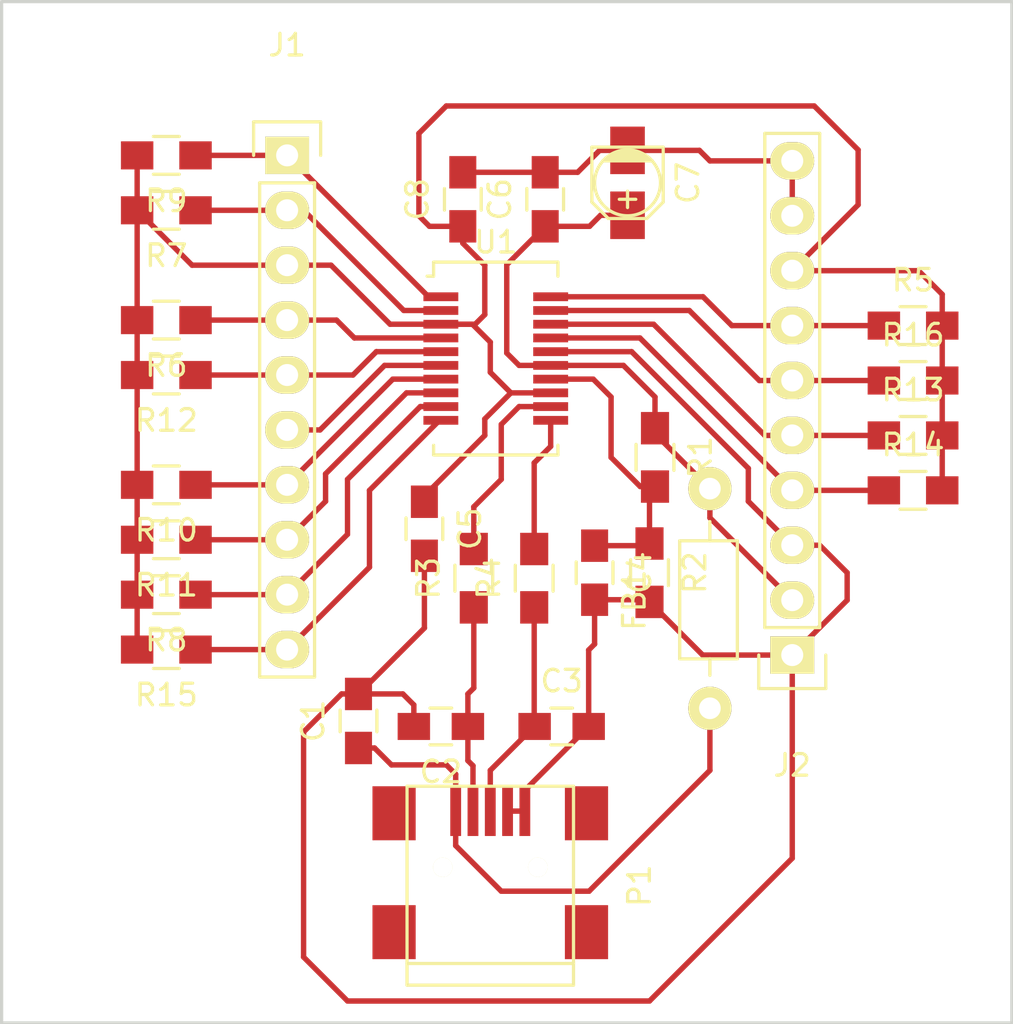
<source format=kicad_pcb>
(kicad_pcb (version 4) (host pcbnew 0.201509141501+6196~30~ubuntu14.04.1-product)

  (general
    (links 74)
    (no_connects 2)
    (area 137.846999 81.966999 184.733001 129.361001)
    (thickness 1.6)
    (drawings 4)
    (tracks 186)
    (zones 0)
    (modules 29)
    (nets 22)
  )

  (page A4)
  (layers
    (0 F.Cu signal)
    (31 B.Cu signal hide)
    (32 B.Adhes user hide)
    (33 F.Adhes user hide)
    (34 B.Paste user hide)
    (35 F.Paste user hide)
    (36 B.SilkS user hide)
    (37 F.SilkS user)
    (38 B.Mask user hide)
    (39 F.Mask user hide)
    (40 Dwgs.User user hide)
    (41 Cmts.User user hide)
    (42 Eco1.User user hide)
    (43 Eco2.User user hide)
    (44 Edge.Cuts user)
    (45 Margin user hide)
    (46 B.CrtYd user hide)
    (47 F.CrtYd user hide)
    (48 B.Fab user hide)
    (49 F.Fab user hide)
  )

  (setup
    (last_trace_width 0.25)
    (trace_clearance 0.2)
    (zone_clearance 0.508)
    (zone_45_only no)
    (trace_min 0.2)
    (segment_width 0.2)
    (edge_width 0.15)
    (via_size 0.6)
    (via_drill 0.4)
    (via_min_size 0.4)
    (via_min_drill 0.3)
    (uvia_size 0.3)
    (uvia_drill 0.1)
    (uvias_allowed no)
    (uvia_min_size 0)
    (uvia_min_drill 0)
    (pcb_text_width 0.3)
    (pcb_text_size 1.5 1.5)
    (mod_edge_width 0.15)
    (mod_text_size 1 1)
    (mod_text_width 0.15)
    (pad_size 1.524 1.524)
    (pad_drill 0.762)
    (pad_to_mask_clearance 0.2)
    (aux_axis_origin 0 0)
    (visible_elements FFFFFF7F)
    (pcbplotparams
      (layerselection 0x00030_80000001)
      (usegerberextensions false)
      (excludeedgelayer true)
      (linewidth 0.100000)
      (plotframeref false)
      (viasonmask false)
      (mode 1)
      (useauxorigin false)
      (hpglpennumber 1)
      (hpglpenspeed 20)
      (hpglpendiameter 15)
      (hpglpenoverlay 2)
      (psnegative false)
      (psa4output false)
      (plotreference true)
      (plotvalue true)
      (plotinvisibletext false)
      (padsonsilk false)
      (subtractmaskfromsilk false)
      (outputformat 1)
      (mirror false)
      (drillshape 1)
      (scaleselection 1)
      (outputdirectory ""))
  )

  (net 0 "")
  (net 1 "Net-(C1-Pad1)")
  (net 2 GND)
  (net 3 "Net-(C2-Pad1)")
  (net 4 "Net-(C3-Pad1)")
  (net 5 "Net-(C4-Pad1)")
  (net 6 /VCCIO)
  (net 7 VCC)
  (net 8 /IO0)
  (net 9 /IO1)
  (net 10 /IO2)
  (net 11 /IO3)
  (net 12 /IO4)
  (net 13 /IO5)
  (net 14 /IO6)
  (net 15 /IO7)
  (net 16 /CLK)
  (net 17 /CS#)
  (net 18 /MISO)
  (net 19 /CBUS3)
  (net 20 "Net-(R3-Pad2)")
  (net 21 "Net-(R4-Pad2)")

  (net_class Default "This is the default net class."
    (clearance 0.2)
    (trace_width 0.25)
    (via_dia 0.6)
    (via_drill 0.4)
    (uvia_dia 0.3)
    (uvia_drill 0.1)
    (add_net /CBUS3)
    (add_net /CLK)
    (add_net /CS#)
    (add_net /IO0)
    (add_net /IO1)
    (add_net /IO2)
    (add_net /IO3)
    (add_net /IO4)
    (add_net /IO5)
    (add_net /IO6)
    (add_net /IO7)
    (add_net /MISO)
    (add_net /VCCIO)
    (add_net GND)
    (add_net "Net-(C1-Pad1)")
    (add_net "Net-(C2-Pad1)")
    (add_net "Net-(C3-Pad1)")
    (add_net "Net-(C4-Pad1)")
    (add_net "Net-(R3-Pad2)")
    (add_net "Net-(R4-Pad2)")
    (add_net VCC)
  )

  (net_class 2 ""
    (clearance 0.2)
    (trace_width 0.381)
    (via_dia 0.6)
    (via_drill 0.4)
    (uvia_dia 0.3)
    (uvia_drill 0.1)
  )

  (module Capacitors_SMD:C_0805_HandSoldering (layer F.Cu) (tedit 541A9B8D) (tstamp 55FB441F)
    (at 154.432 115.316 90)
    (descr "Capacitor SMD 0805, hand soldering")
    (tags "capacitor 0805")
    (path /55F7522D)
    (attr smd)
    (fp_text reference C1 (at 0 -2.1 90) (layer F.SilkS)
      (effects (font (size 1 1) (thickness 0.15)))
    )
    (fp_text value 10n (at 0 2.1 90) (layer F.Fab)
      (effects (font (size 1 1) (thickness 0.15)))
    )
    (fp_line (start -2.3 -1) (end 2.3 -1) (layer F.CrtYd) (width 0.05))
    (fp_line (start -2.3 1) (end 2.3 1) (layer F.CrtYd) (width 0.05))
    (fp_line (start -2.3 -1) (end -2.3 1) (layer F.CrtYd) (width 0.05))
    (fp_line (start 2.3 -1) (end 2.3 1) (layer F.CrtYd) (width 0.05))
    (fp_line (start 0.5 -0.85) (end -0.5 -0.85) (layer F.SilkS) (width 0.15))
    (fp_line (start -0.5 0.85) (end 0.5 0.85) (layer F.SilkS) (width 0.15))
    (pad 1 smd rect (at -1.25 0 90) (size 1.5 1.25) (layers F.Cu F.Paste F.Mask)
      (net 1 "Net-(C1-Pad1)"))
    (pad 2 smd rect (at 1.25 0 90) (size 1.5 1.25) (layers F.Cu F.Paste F.Mask)
      (net 2 GND))
    (model Capacitors_SMD.3dshapes/C_0805_HandSoldering.wrl
      (at (xyz 0 0 0))
      (scale (xyz 1 1 1))
      (rotate (xyz 0 0 0))
    )
  )

  (module Capacitors_SMD:C_0805_HandSoldering (layer F.Cu) (tedit 541A9B8D) (tstamp 55FB4425)
    (at 158.242 115.57 180)
    (descr "Capacitor SMD 0805, hand soldering")
    (tags "capacitor 0805")
    (path /55F75150)
    (attr smd)
    (fp_text reference C2 (at 0 -2.1 180) (layer F.SilkS)
      (effects (font (size 1 1) (thickness 0.15)))
    )
    (fp_text value 47p (at 0 2.1 180) (layer F.Fab)
      (effects (font (size 1 1) (thickness 0.15)))
    )
    (fp_line (start -2.3 -1) (end 2.3 -1) (layer F.CrtYd) (width 0.05))
    (fp_line (start -2.3 1) (end 2.3 1) (layer F.CrtYd) (width 0.05))
    (fp_line (start -2.3 -1) (end -2.3 1) (layer F.CrtYd) (width 0.05))
    (fp_line (start 2.3 -1) (end 2.3 1) (layer F.CrtYd) (width 0.05))
    (fp_line (start 0.5 -0.85) (end -0.5 -0.85) (layer F.SilkS) (width 0.15))
    (fp_line (start -0.5 0.85) (end 0.5 0.85) (layer F.SilkS) (width 0.15))
    (pad 1 smd rect (at -1.25 0 180) (size 1.5 1.25) (layers F.Cu F.Paste F.Mask)
      (net 3 "Net-(C2-Pad1)"))
    (pad 2 smd rect (at 1.25 0 180) (size 1.5 1.25) (layers F.Cu F.Paste F.Mask)
      (net 2 GND))
    (model Capacitors_SMD.3dshapes/C_0805_HandSoldering.wrl
      (at (xyz 0 0 0))
      (scale (xyz 1 1 1))
      (rotate (xyz 0 0 0))
    )
  )

  (module Capacitors_SMD:C_0805_HandSoldering (layer F.Cu) (tedit 541A9B8D) (tstamp 55FB442B)
    (at 163.83 115.57)
    (descr "Capacitor SMD 0805, hand soldering")
    (tags "capacitor 0805")
    (path /55F7517A)
    (attr smd)
    (fp_text reference C3 (at 0 -2.1) (layer F.SilkS)
      (effects (font (size 1 1) (thickness 0.15)))
    )
    (fp_text value 47p (at 0 2.1) (layer F.Fab)
      (effects (font (size 1 1) (thickness 0.15)))
    )
    (fp_line (start -2.3 -1) (end 2.3 -1) (layer F.CrtYd) (width 0.05))
    (fp_line (start -2.3 1) (end 2.3 1) (layer F.CrtYd) (width 0.05))
    (fp_line (start -2.3 -1) (end -2.3 1) (layer F.CrtYd) (width 0.05))
    (fp_line (start 2.3 -1) (end 2.3 1) (layer F.CrtYd) (width 0.05))
    (fp_line (start 0.5 -0.85) (end -0.5 -0.85) (layer F.SilkS) (width 0.15))
    (fp_line (start -0.5 0.85) (end 0.5 0.85) (layer F.SilkS) (width 0.15))
    (pad 1 smd rect (at -1.25 0) (size 1.5 1.25) (layers F.Cu F.Paste F.Mask)
      (net 4 "Net-(C3-Pad1)"))
    (pad 2 smd rect (at 1.25 0) (size 1.5 1.25) (layers F.Cu F.Paste F.Mask)
      (net 2 GND))
    (model Capacitors_SMD.3dshapes/C_0805_HandSoldering.wrl
      (at (xyz 0 0 0))
      (scale (xyz 1 1 1))
      (rotate (xyz 0 0 0))
    )
  )

  (module Capacitors_SMD:C_0805_HandSoldering (layer F.Cu) (tedit 541A9B8D) (tstamp 55FB4431)
    (at 165.354 108.458 270)
    (descr "Capacitor SMD 0805, hand soldering")
    (tags "capacitor 0805")
    (path /55F751BC)
    (attr smd)
    (fp_text reference C4 (at 0 -2.1 270) (layer F.SilkS)
      (effects (font (size 1 1) (thickness 0.15)))
    )
    (fp_text value 10n (at 0 2.1 270) (layer F.Fab)
      (effects (font (size 1 1) (thickness 0.15)))
    )
    (fp_line (start -2.3 -1) (end 2.3 -1) (layer F.CrtYd) (width 0.05))
    (fp_line (start -2.3 1) (end 2.3 1) (layer F.CrtYd) (width 0.05))
    (fp_line (start -2.3 -1) (end -2.3 1) (layer F.CrtYd) (width 0.05))
    (fp_line (start 2.3 -1) (end 2.3 1) (layer F.CrtYd) (width 0.05))
    (fp_line (start 0.5 -0.85) (end -0.5 -0.85) (layer F.SilkS) (width 0.15))
    (fp_line (start -0.5 0.85) (end 0.5 0.85) (layer F.SilkS) (width 0.15))
    (pad 1 smd rect (at -1.25 0 270) (size 1.5 1.25) (layers F.Cu F.Paste F.Mask)
      (net 5 "Net-(C4-Pad1)"))
    (pad 2 smd rect (at 1.25 0 270) (size 1.5 1.25) (layers F.Cu F.Paste F.Mask)
      (net 2 GND))
    (model Capacitors_SMD.3dshapes/C_0805_HandSoldering.wrl
      (at (xyz 0 0 0))
      (scale (xyz 1 1 1))
      (rotate (xyz 0 0 0))
    )
  )

  (module Capacitors_SMD:C_0805_HandSoldering (layer F.Cu) (tedit 541A9B8D) (tstamp 55FB4437)
    (at 157.48 106.426 270)
    (descr "Capacitor SMD 0805, hand soldering")
    (tags "capacitor 0805")
    (path /55F751F5)
    (attr smd)
    (fp_text reference C5 (at 0 -2.1 270) (layer F.SilkS)
      (effects (font (size 1 1) (thickness 0.15)))
    )
    (fp_text value 0.1u (at 0 2.1 270) (layer F.Fab)
      (effects (font (size 1 1) (thickness 0.15)))
    )
    (fp_line (start -2.3 -1) (end 2.3 -1) (layer F.CrtYd) (width 0.05))
    (fp_line (start -2.3 1) (end 2.3 1) (layer F.CrtYd) (width 0.05))
    (fp_line (start -2.3 -1) (end -2.3 1) (layer F.CrtYd) (width 0.05))
    (fp_line (start 2.3 -1) (end 2.3 1) (layer F.CrtYd) (width 0.05))
    (fp_line (start 0.5 -0.85) (end -0.5 -0.85) (layer F.SilkS) (width 0.15))
    (fp_line (start -0.5 0.85) (end 0.5 0.85) (layer F.SilkS) (width 0.15))
    (pad 1 smd rect (at -1.25 0 270) (size 1.5 1.25) (layers F.Cu F.Paste F.Mask)
      (net 6 /VCCIO))
    (pad 2 smd rect (at 1.25 0 270) (size 1.5 1.25) (layers F.Cu F.Paste F.Mask)
      (net 2 GND))
    (model Capacitors_SMD.3dshapes/C_0805_HandSoldering.wrl
      (at (xyz 0 0 0))
      (scale (xyz 1 1 1))
      (rotate (xyz 0 0 0))
    )
  )

  (module Capacitors_SMD:C_0805_HandSoldering (layer F.Cu) (tedit 541A9B8D) (tstamp 55FB443D)
    (at 163.068 91.186 90)
    (descr "Capacitor SMD 0805, hand soldering")
    (tags "capacitor 0805")
    (path /55F77D3A)
    (attr smd)
    (fp_text reference C6 (at 0 -2.1 90) (layer F.SilkS)
      (effects (font (size 1 1) (thickness 0.15)))
    )
    (fp_text value 0.1u (at 0 2.1 90) (layer F.Fab)
      (effects (font (size 1 1) (thickness 0.15)))
    )
    (fp_line (start -2.3 -1) (end 2.3 -1) (layer F.CrtYd) (width 0.05))
    (fp_line (start -2.3 1) (end 2.3 1) (layer F.CrtYd) (width 0.05))
    (fp_line (start -2.3 -1) (end -2.3 1) (layer F.CrtYd) (width 0.05))
    (fp_line (start 2.3 -1) (end 2.3 1) (layer F.CrtYd) (width 0.05))
    (fp_line (start 0.5 -0.85) (end -0.5 -0.85) (layer F.SilkS) (width 0.15))
    (fp_line (start -0.5 0.85) (end 0.5 0.85) (layer F.SilkS) (width 0.15))
    (pad 1 smd rect (at -1.25 0 90) (size 1.5 1.25) (layers F.Cu F.Paste F.Mask)
      (net 7 VCC))
    (pad 2 smd rect (at 1.25 0 90) (size 1.5 1.25) (layers F.Cu F.Paste F.Mask)
      (net 2 GND))
    (model Capacitors_SMD.3dshapes/C_0805_HandSoldering.wrl
      (at (xyz 0 0 0))
      (scale (xyz 1 1 1))
      (rotate (xyz 0 0 0))
    )
  )

  (module Capacitors_SMD:c_elec_3x5.3 (layer F.Cu) (tedit 556FDD5F) (tstamp 55FB4443)
    (at 166.878 90.424 270)
    (descr "SMT capacitor, aluminium electrolytic, 3x5.3")
    (path /55F74EAF)
    (attr smd)
    (fp_text reference C7 (at 0 -2.794 270) (layer F.SilkS)
      (effects (font (size 1 1) (thickness 0.15)))
    )
    (fp_text value 47u (at 0 2.794 270) (layer F.Fab)
      (effects (font (size 1 1) (thickness 0.15)))
    )
    (fp_line (start -2.8 2.05) (end 2.8 2.05) (layer F.CrtYd) (width 0.05))
    (fp_line (start 2.8 2.05) (end 2.8 -2.05) (layer F.CrtYd) (width 0.05))
    (fp_line (start 2.8 -2.05) (end -2.8 -2.05) (layer F.CrtYd) (width 0.05))
    (fp_line (start -2.8 -2.05) (end -2.8 2.05) (layer F.CrtYd) (width 0.05))
    (fp_line (start -1.651 -1.651) (end -1.651 1.651) (layer F.SilkS) (width 0.15))
    (fp_line (start -1.651 1.651) (end 0.889 1.651) (layer F.SilkS) (width 0.15))
    (fp_line (start 0.889 1.651) (end 1.651 0.889) (layer F.SilkS) (width 0.15))
    (fp_line (start 1.651 0.889) (end 1.651 -0.889) (layer F.SilkS) (width 0.15))
    (fp_line (start 1.651 -0.889) (end 0.889 -1.651) (layer F.SilkS) (width 0.15))
    (fp_line (start 0.889 -1.651) (end -1.651 -1.651) (layer F.SilkS) (width 0.15))
    (fp_line (start -1.397 -0.508) (end -1.397 0.508) (layer F.SilkS) (width 0.15))
    (fp_line (start -1.27 -0.762) (end -1.27 0.762) (layer F.SilkS) (width 0.15))
    (fp_line (start -1.143 -1.016) (end -1.143 1.016) (layer F.SilkS) (width 0.15))
    (fp_line (start -1.016 -1.143) (end -1.016 1.143) (layer F.SilkS) (width 0.15))
    (fp_line (start 1.143 0) (end 0.381 0) (layer F.SilkS) (width 0.15))
    (fp_line (start 0.762 -0.381) (end 0.762 0.381) (layer F.SilkS) (width 0.15))
    (fp_circle (center 0 0) (end 1.524 0) (layer F.SilkS) (width 0.15))
    (pad 1 smd rect (at 1.50114 0 270) (size 2.19964 1.6002) (layers F.Cu F.Paste F.Mask)
      (net 7 VCC))
    (pad 2 smd rect (at -1.50114 0 270) (size 2.19964 1.6002) (layers F.Cu F.Paste F.Mask)
      (net 2 GND))
    (model Capacitors_SMD.3dshapes/c_elec_3x5.3.wrl
      (at (xyz 0 0 0))
      (scale (xyz 1 1 1))
      (rotate (xyz 0 0 0))
    )
  )

  (module Capacitors_SMD:C_0805_HandSoldering (layer F.Cu) (tedit 541A9B8D) (tstamp 55FB4449)
    (at 159.258 91.186 90)
    (descr "Capacitor SMD 0805, hand soldering")
    (tags "capacitor 0805")
    (path /55F781D9)
    (attr smd)
    (fp_text reference C8 (at 0 -2.1 90) (layer F.SilkS)
      (effects (font (size 1 1) (thickness 0.15)))
    )
    (fp_text value 0.1u (at 0 2.1 90) (layer F.Fab)
      (effects (font (size 1 1) (thickness 0.15)))
    )
    (fp_line (start -2.3 -1) (end 2.3 -1) (layer F.CrtYd) (width 0.05))
    (fp_line (start -2.3 1) (end 2.3 1) (layer F.CrtYd) (width 0.05))
    (fp_line (start -2.3 -1) (end -2.3 1) (layer F.CrtYd) (width 0.05))
    (fp_line (start 2.3 -1) (end 2.3 1) (layer F.CrtYd) (width 0.05))
    (fp_line (start 0.5 -0.85) (end -0.5 -0.85) (layer F.SilkS) (width 0.15))
    (fp_line (start -0.5 0.85) (end 0.5 0.85) (layer F.SilkS) (width 0.15))
    (pad 1 smd rect (at -1.25 0 90) (size 1.5 1.25) (layers F.Cu F.Paste F.Mask)
      (net 6 /VCCIO))
    (pad 2 smd rect (at 1.25 0 90) (size 1.5 1.25) (layers F.Cu F.Paste F.Mask)
      (net 2 GND))
    (model Capacitors_SMD.3dshapes/C_0805_HandSoldering.wrl
      (at (xyz 0 0 0))
      (scale (xyz 1 1 1))
      (rotate (xyz 0 0 0))
    )
  )

  (module Choke_Axial_ThroughHole:Choke_Horizontal_RM10mm (layer F.Cu) (tedit 542A89AC) (tstamp 55FB444F)
    (at 170.688 109.728 90)
    (descr "Choke, Axial, 10mm")
    (tags "Choke, Axial, 10mm")
    (path /55F750ED)
    (fp_text reference FB1 (at 0 -3.50012 90) (layer F.SilkS)
      (effects (font (size 1 1) (thickness 0.15)))
    )
    (fp_text value FILTER (at 0 4.0005 90) (layer F.Fab)
      (effects (font (size 1 1) (thickness 0.15)))
    )
    (fp_line (start -2.71526 0) (end -3.47726 0) (layer F.SilkS) (width 0.15))
    (fp_line (start 2.74574 0) (end 3.63474 0) (layer F.SilkS) (width 0.15))
    (fp_line (start -2.71526 1.27) (end -2.71526 -1.397) (layer F.SilkS) (width 0.15))
    (fp_line (start -2.71526 -1.397) (end 2.74574 -1.397) (layer F.SilkS) (width 0.15))
    (fp_line (start 2.74574 -1.397) (end 2.74574 1.27) (layer F.SilkS) (width 0.15))
    (fp_line (start 2.74574 1.27) (end -2.71526 1.27) (layer F.SilkS) (width 0.15))
    (pad 1 thru_hole circle (at -5.00126 0 90) (size 1.99898 1.99898) (drill 1.00076) (layers *.Cu *.Mask F.SilkS)
      (net 1 "Net-(C1-Pad1)"))
    (pad 2 thru_hole circle (at 5.15874 0 90) (size 1.99898 1.99898) (drill 1.00076) (layers *.Cu *.Mask F.SilkS)
      (net 7 VCC))
  )

  (module Pin_Headers:Pin_Header_Straight_1x10 (layer F.Cu) (tedit 0) (tstamp 55FB445D)
    (at 151.13 89.154)
    (descr "Through hole pin header")
    (tags "pin header")
    (path /55FB3DE8)
    (fp_text reference J1 (at 0 -5.1) (layer F.SilkS)
      (effects (font (size 1 1) (thickness 0.15)))
    )
    (fp_text value SIL10 (at 0 -3.1) (layer F.Fab)
      (effects (font (size 1 1) (thickness 0.15)))
    )
    (fp_line (start -1.75 -1.75) (end -1.75 24.65) (layer F.CrtYd) (width 0.05))
    (fp_line (start 1.75 -1.75) (end 1.75 24.65) (layer F.CrtYd) (width 0.05))
    (fp_line (start -1.75 -1.75) (end 1.75 -1.75) (layer F.CrtYd) (width 0.05))
    (fp_line (start -1.75 24.65) (end 1.75 24.65) (layer F.CrtYd) (width 0.05))
    (fp_line (start 1.27 1.27) (end 1.27 24.13) (layer F.SilkS) (width 0.15))
    (fp_line (start 1.27 24.13) (end -1.27 24.13) (layer F.SilkS) (width 0.15))
    (fp_line (start -1.27 24.13) (end -1.27 1.27) (layer F.SilkS) (width 0.15))
    (fp_line (start 1.55 -1.55) (end 1.55 0) (layer F.SilkS) (width 0.15))
    (fp_line (start 1.27 1.27) (end -1.27 1.27) (layer F.SilkS) (width 0.15))
    (fp_line (start -1.55 0) (end -1.55 -1.55) (layer F.SilkS) (width 0.15))
    (fp_line (start -1.55 -1.55) (end 1.55 -1.55) (layer F.SilkS) (width 0.15))
    (pad 1 thru_hole rect (at 0 0) (size 2.032 1.7272) (drill 1.016) (layers *.Cu *.Mask F.SilkS)
      (net 12 /IO4))
    (pad 2 thru_hole oval (at 0 2.54) (size 2.032 1.7272) (drill 1.016) (layers *.Cu *.Mask F.SilkS)
      (net 10 /IO2))
    (pad 3 thru_hole oval (at 0 5.08) (size 2.032 1.7272) (drill 1.016) (layers *.Cu *.Mask F.SilkS)
      (net 6 /VCCIO))
    (pad 4 thru_hole oval (at 0 7.62) (size 2.032 1.7272) (drill 1.016) (layers *.Cu *.Mask F.SilkS)
      (net 9 /IO1))
    (pad 5 thru_hole oval (at 0 10.16) (size 2.032 1.7272) (drill 1.016) (layers *.Cu *.Mask F.SilkS)
      (net 15 /IO7))
    (pad 6 thru_hole oval (at 0 12.7) (size 2.032 1.7272) (drill 1.016) (layers *.Cu *.Mask F.SilkS)
      (net 2 GND))
    (pad 7 thru_hole oval (at 0 15.24) (size 2.032 1.7272) (drill 1.016) (layers *.Cu *.Mask F.SilkS)
      (net 13 /IO5))
    (pad 8 thru_hole oval (at 0 17.78) (size 2.032 1.7272) (drill 1.016) (layers *.Cu *.Mask F.SilkS)
      (net 14 /IO6))
    (pad 9 thru_hole oval (at 0 20.32) (size 2.032 1.7272) (drill 1.016) (layers *.Cu *.Mask F.SilkS)
      (net 11 /IO3))
    (pad 10 thru_hole oval (at 0 22.86) (size 2.032 1.7272) (drill 1.016) (layers *.Cu *.Mask F.SilkS)
      (net 18 /MISO))
    (model Pin_Headers.3dshapes/Pin_Header_Straight_1x10.wrl
      (at (xyz 0 -0.45 0))
      (scale (xyz 1 1 1))
      (rotate (xyz 0 0 90))
    )
  )

  (module Pin_Headers:Pin_Header_Straight_1x10 (layer F.Cu) (tedit 0) (tstamp 55FB446B)
    (at 174.498 112.268 180)
    (descr "Through hole pin header")
    (tags "pin header")
    (path /55FB42DB)
    (fp_text reference J2 (at 0 -5.1 180) (layer F.SilkS)
      (effects (font (size 1 1) (thickness 0.15)))
    )
    (fp_text value SIL10 (at 0 -3.1 180) (layer F.Fab)
      (effects (font (size 1 1) (thickness 0.15)))
    )
    (fp_line (start -1.75 -1.75) (end -1.75 24.65) (layer F.CrtYd) (width 0.05))
    (fp_line (start 1.75 -1.75) (end 1.75 24.65) (layer F.CrtYd) (width 0.05))
    (fp_line (start -1.75 -1.75) (end 1.75 -1.75) (layer F.CrtYd) (width 0.05))
    (fp_line (start -1.75 24.65) (end 1.75 24.65) (layer F.CrtYd) (width 0.05))
    (fp_line (start 1.27 1.27) (end 1.27 24.13) (layer F.SilkS) (width 0.15))
    (fp_line (start 1.27 24.13) (end -1.27 24.13) (layer F.SilkS) (width 0.15))
    (fp_line (start -1.27 24.13) (end -1.27 1.27) (layer F.SilkS) (width 0.15))
    (fp_line (start 1.55 -1.55) (end 1.55 0) (layer F.SilkS) (width 0.15))
    (fp_line (start 1.27 1.27) (end -1.27 1.27) (layer F.SilkS) (width 0.15))
    (fp_line (start -1.55 0) (end -1.55 -1.55) (layer F.SilkS) (width 0.15))
    (fp_line (start -1.55 -1.55) (end 1.55 -1.55) (layer F.SilkS) (width 0.15))
    (pad 1 thru_hole rect (at 0 0 180) (size 2.032 1.7272) (drill 1.016) (layers *.Cu *.Mask F.SilkS)
      (net 2 GND))
    (pad 2 thru_hole oval (at 0 2.54 180) (size 2.032 1.7272) (drill 1.016) (layers *.Cu *.Mask F.SilkS)
      (net 7 VCC))
    (pad 3 thru_hole oval (at 0 5.08 180) (size 2.032 1.7272) (drill 1.016) (layers *.Cu *.Mask F.SilkS)
      (net 2 GND))
    (pad 4 thru_hole oval (at 0 7.62 180) (size 2.032 1.7272) (drill 1.016) (layers *.Cu *.Mask F.SilkS)
      (net 17 /CS#))
    (pad 5 thru_hole oval (at 0 10.16 180) (size 2.032 1.7272) (drill 1.016) (layers *.Cu *.Mask F.SilkS)
      (net 16 /CLK))
    (pad 6 thru_hole oval (at 0 12.7 180) (size 2.032 1.7272) (drill 1.016) (layers *.Cu *.Mask F.SilkS)
      (net 19 /CBUS3))
    (pad 7 thru_hole oval (at 0 15.24 180) (size 2.032 1.7272) (drill 1.016) (layers *.Cu *.Mask F.SilkS)
      (net 8 /IO0))
    (pad 8 thru_hole oval (at 0 17.78 180) (size 2.032 1.7272) (drill 1.016) (layers *.Cu *.Mask F.SilkS)
      (net 6 /VCCIO))
    (pad 9 thru_hole oval (at 0 20.32 180) (size 2.032 1.7272) (drill 1.016) (layers *.Cu *.Mask F.SilkS)
      (net 2 GND))
    (pad 10 thru_hole oval (at 0 22.86 180) (size 2.032 1.7272) (drill 1.016) (layers *.Cu *.Mask F.SilkS)
      (net 2 GND))
    (model Pin_Headers.3dshapes/Pin_Header_Straight_1x10.wrl
      (at (xyz 0 -0.45 0))
      (scale (xyz 1 1 1))
      (rotate (xyz 0 0 90))
    )
  )

  (module Connect:USB_Mini-B (layer F.Cu) (tedit 5543E571) (tstamp 55FB447A)
    (at 160.528 122.936 90)
    (descr "USB Mini-B 5-pin SMD connector")
    (tags "USB USB_B USB_Mini connector")
    (path /55F75CCB)
    (attr smd)
    (fp_text reference P1 (at 0 6.90118 90) (layer F.SilkS)
      (effects (font (size 1 1) (thickness 0.15)))
    )
    (fp_text value USB_B (at 0 -7.0993 90) (layer F.Fab)
      (effects (font (size 1 1) (thickness 0.15)))
    )
    (fp_line (start -4.85 -5.7) (end 4.85 -5.7) (layer F.CrtYd) (width 0.05))
    (fp_line (start 4.85 -5.7) (end 4.85 5.7) (layer F.CrtYd) (width 0.05))
    (fp_line (start 4.85 5.7) (end -4.85 5.7) (layer F.CrtYd) (width 0.05))
    (fp_line (start -4.85 5.7) (end -4.85 -5.7) (layer F.CrtYd) (width 0.05))
    (fp_line (start -3.59918 -3.85064) (end -3.59918 3.85064) (layer F.SilkS) (width 0.15))
    (fp_line (start -4.59994 -3.85064) (end -4.59994 3.85064) (layer F.SilkS) (width 0.15))
    (fp_line (start -4.59994 3.85064) (end 4.59994 3.85064) (layer F.SilkS) (width 0.15))
    (fp_line (start 4.59994 3.85064) (end 4.59994 -3.85064) (layer F.SilkS) (width 0.15))
    (fp_line (start 4.59994 -3.85064) (end -4.59994 -3.85064) (layer F.SilkS) (width 0.15))
    (pad 1 smd rect (at 3.44932 -1.6002 90) (size 2.30124 0.50038) (layers F.Cu F.Paste F.Mask)
      (net 1 "Net-(C1-Pad1)"))
    (pad 2 smd rect (at 3.44932 -0.8001 90) (size 2.30124 0.50038) (layers F.Cu F.Paste F.Mask)
      (net 3 "Net-(C2-Pad1)"))
    (pad 3 smd rect (at 3.44932 0 90) (size 2.30124 0.50038) (layers F.Cu F.Paste F.Mask)
      (net 4 "Net-(C3-Pad1)"))
    (pad 4 smd rect (at 3.44932 0.8001 90) (size 2.30124 0.50038) (layers F.Cu F.Paste F.Mask)
      (net 2 GND))
    (pad 5 smd rect (at 3.44932 1.6002 90) (size 2.30124 0.50038) (layers F.Cu F.Paste F.Mask)
      (net 2 GND))
    (pad 6 smd rect (at 3.35026 -4.45008 90) (size 2.49936 1.99898) (layers F.Cu F.Paste F.Mask))
    (pad 6 smd rect (at -2.14884 -4.45008 90) (size 2.49936 1.99898) (layers F.Cu F.Paste F.Mask))
    (pad 6 smd rect (at 3.35026 4.45008 90) (size 2.49936 1.99898) (layers F.Cu F.Paste F.Mask))
    (pad 6 smd rect (at -2.14884 4.45008 90) (size 2.49936 1.99898) (layers F.Cu F.Paste F.Mask))
    (pad "" np_thru_hole circle (at 0.8509 -2.19964 90) (size 0.89916 0.89916) (drill 0.89916) (layers *.Cu *.Mask F.SilkS))
    (pad "" np_thru_hole circle (at 0.8509 2.19964 90) (size 0.89916 0.89916) (drill 0.89916) (layers *.Cu *.Mask F.SilkS))
  )

  (module Resistors_SMD:R_0805_HandSoldering (layer F.Cu) (tedit 54189DEE) (tstamp 55FB4480)
    (at 168.148 103.124 270)
    (descr "Resistor SMD 0805, hand soldering")
    (tags "resistor 0805")
    (path /55F76731)
    (attr smd)
    (fp_text reference R1 (at 0 -2.1 270) (layer F.SilkS)
      (effects (font (size 1 1) (thickness 0.15)))
    )
    (fp_text value 10k (at 0 2.1 270) (layer F.Fab)
      (effects (font (size 1 1) (thickness 0.15)))
    )
    (fp_line (start -2.4 -1) (end 2.4 -1) (layer F.CrtYd) (width 0.05))
    (fp_line (start -2.4 1) (end 2.4 1) (layer F.CrtYd) (width 0.05))
    (fp_line (start -2.4 -1) (end -2.4 1) (layer F.CrtYd) (width 0.05))
    (fp_line (start 2.4 -1) (end 2.4 1) (layer F.CrtYd) (width 0.05))
    (fp_line (start 0.6 0.875) (end -0.6 0.875) (layer F.SilkS) (width 0.15))
    (fp_line (start -0.6 -0.875) (end 0.6 -0.875) (layer F.SilkS) (width 0.15))
    (pad 1 smd rect (at -1.35 0 270) (size 1.5 1.3) (layers F.Cu F.Paste F.Mask)
      (net 7 VCC))
    (pad 2 smd rect (at 1.35 0 270) (size 1.5 1.3) (layers F.Cu F.Paste F.Mask)
      (net 5 "Net-(C4-Pad1)"))
    (model Resistors_SMD.3dshapes/R_0805_HandSoldering.wrl
      (at (xyz 0 0 0))
      (scale (xyz 1 1 1))
      (rotate (xyz 0 0 0))
    )
  )

  (module Resistors_SMD:R_0805_HandSoldering (layer F.Cu) (tedit 54189DEE) (tstamp 55FB4486)
    (at 167.894 108.458 270)
    (descr "Resistor SMD 0805, hand soldering")
    (tags "resistor 0805")
    (path /55F75B32)
    (attr smd)
    (fp_text reference R2 (at 0 -2.1 270) (layer F.SilkS)
      (effects (font (size 1 1) (thickness 0.15)))
    )
    (fp_text value 15k (at 0 2.1 270) (layer F.Fab)
      (effects (font (size 1 1) (thickness 0.15)))
    )
    (fp_line (start -2.4 -1) (end 2.4 -1) (layer F.CrtYd) (width 0.05))
    (fp_line (start -2.4 1) (end 2.4 1) (layer F.CrtYd) (width 0.05))
    (fp_line (start -2.4 -1) (end -2.4 1) (layer F.CrtYd) (width 0.05))
    (fp_line (start 2.4 -1) (end 2.4 1) (layer F.CrtYd) (width 0.05))
    (fp_line (start 0.6 0.875) (end -0.6 0.875) (layer F.SilkS) (width 0.15))
    (fp_line (start -0.6 -0.875) (end 0.6 -0.875) (layer F.SilkS) (width 0.15))
    (pad 1 smd rect (at -1.35 0 270) (size 1.5 1.3) (layers F.Cu F.Paste F.Mask)
      (net 5 "Net-(C4-Pad1)"))
    (pad 2 smd rect (at 1.35 0 270) (size 1.5 1.3) (layers F.Cu F.Paste F.Mask)
      (net 2 GND))
    (model Resistors_SMD.3dshapes/R_0805_HandSoldering.wrl
      (at (xyz 0 0 0))
      (scale (xyz 1 1 1))
      (rotate (xyz 0 0 0))
    )
  )

  (module Resistors_SMD:R_0805_HandSoldering (layer F.Cu) (tedit 54189DEE) (tstamp 55FB448C)
    (at 159.766 108.712 90)
    (descr "Resistor SMD 0805, hand soldering")
    (tags "resistor 0805")
    (path /55F76279)
    (attr smd)
    (fp_text reference R3 (at 0 -2.1 90) (layer F.SilkS)
      (effects (font (size 1 1) (thickness 0.15)))
    )
    (fp_text value 27 (at 0 2.1 90) (layer F.Fab)
      (effects (font (size 1 1) (thickness 0.15)))
    )
    (fp_line (start -2.4 -1) (end 2.4 -1) (layer F.CrtYd) (width 0.05))
    (fp_line (start -2.4 1) (end 2.4 1) (layer F.CrtYd) (width 0.05))
    (fp_line (start -2.4 -1) (end -2.4 1) (layer F.CrtYd) (width 0.05))
    (fp_line (start 2.4 -1) (end 2.4 1) (layer F.CrtYd) (width 0.05))
    (fp_line (start 0.6 0.875) (end -0.6 0.875) (layer F.SilkS) (width 0.15))
    (fp_line (start -0.6 -0.875) (end 0.6 -0.875) (layer F.SilkS) (width 0.15))
    (pad 1 smd rect (at -1.35 0 90) (size 1.5 1.3) (layers F.Cu F.Paste F.Mask)
      (net 3 "Net-(C2-Pad1)"))
    (pad 2 smd rect (at 1.35 0 90) (size 1.5 1.3) (layers F.Cu F.Paste F.Mask)
      (net 20 "Net-(R3-Pad2)"))
    (model Resistors_SMD.3dshapes/R_0805_HandSoldering.wrl
      (at (xyz 0 0 0))
      (scale (xyz 1 1 1))
      (rotate (xyz 0 0 0))
    )
  )

  (module Resistors_SMD:R_0805_HandSoldering (layer F.Cu) (tedit 54189DEE) (tstamp 55FB4492)
    (at 162.56 108.712 90)
    (descr "Resistor SMD 0805, hand soldering")
    (tags "resistor 0805")
    (path /55F76305)
    (attr smd)
    (fp_text reference R4 (at 0 -2.1 90) (layer F.SilkS)
      (effects (font (size 1 1) (thickness 0.15)))
    )
    (fp_text value 27 (at 0 2.1 90) (layer F.Fab)
      (effects (font (size 1 1) (thickness 0.15)))
    )
    (fp_line (start -2.4 -1) (end 2.4 -1) (layer F.CrtYd) (width 0.05))
    (fp_line (start -2.4 1) (end 2.4 1) (layer F.CrtYd) (width 0.05))
    (fp_line (start -2.4 -1) (end -2.4 1) (layer F.CrtYd) (width 0.05))
    (fp_line (start 2.4 -1) (end 2.4 1) (layer F.CrtYd) (width 0.05))
    (fp_line (start 0.6 0.875) (end -0.6 0.875) (layer F.SilkS) (width 0.15))
    (fp_line (start -0.6 -0.875) (end 0.6 -0.875) (layer F.SilkS) (width 0.15))
    (pad 1 smd rect (at -1.35 0 90) (size 1.5 1.3) (layers F.Cu F.Paste F.Mask)
      (net 4 "Net-(C3-Pad1)"))
    (pad 2 smd rect (at 1.35 0 90) (size 1.5 1.3) (layers F.Cu F.Paste F.Mask)
      (net 21 "Net-(R4-Pad2)"))
    (model Resistors_SMD.3dshapes/R_0805_HandSoldering.wrl
      (at (xyz 0 0 0))
      (scale (xyz 1 1 1))
      (rotate (xyz 0 0 0))
    )
  )

  (module Resistors_SMD:R_0805_HandSoldering (layer F.Cu) (tedit 54189DEE) (tstamp 55FB4498)
    (at 180.086 97.028)
    (descr "Resistor SMD 0805, hand soldering")
    (tags "resistor 0805")
    (path /55F7858A)
    (attr smd)
    (fp_text reference R5 (at 0 -2.1) (layer F.SilkS)
      (effects (font (size 1 1) (thickness 0.15)))
    )
    (fp_text value 47k (at 0 2.1) (layer F.Fab)
      (effects (font (size 1 1) (thickness 0.15)))
    )
    (fp_line (start -2.4 -1) (end 2.4 -1) (layer F.CrtYd) (width 0.05))
    (fp_line (start -2.4 1) (end 2.4 1) (layer F.CrtYd) (width 0.05))
    (fp_line (start -2.4 -1) (end -2.4 1) (layer F.CrtYd) (width 0.05))
    (fp_line (start 2.4 -1) (end 2.4 1) (layer F.CrtYd) (width 0.05))
    (fp_line (start 0.6 0.875) (end -0.6 0.875) (layer F.SilkS) (width 0.15))
    (fp_line (start -0.6 -0.875) (end 0.6 -0.875) (layer F.SilkS) (width 0.15))
    (pad 1 smd rect (at -1.35 0) (size 1.5 1.3) (layers F.Cu F.Paste F.Mask)
      (net 8 /IO0))
    (pad 2 smd rect (at 1.35 0) (size 1.5 1.3) (layers F.Cu F.Paste F.Mask)
      (net 6 /VCCIO))
    (model Resistors_SMD.3dshapes/R_0805_HandSoldering.wrl
      (at (xyz 0 0 0))
      (scale (xyz 1 1 1))
      (rotate (xyz 0 0 0))
    )
  )

  (module Resistors_SMD:R_0805_HandSoldering (layer F.Cu) (tedit 54189DEE) (tstamp 55FB449E)
    (at 145.542 96.774 180)
    (descr "Resistor SMD 0805, hand soldering")
    (tags "resistor 0805")
    (path /55F791B2)
    (attr smd)
    (fp_text reference R6 (at 0 -2.1 180) (layer F.SilkS)
      (effects (font (size 1 1) (thickness 0.15)))
    )
    (fp_text value 47k (at 0 2.1 180) (layer F.Fab)
      (effects (font (size 1 1) (thickness 0.15)))
    )
    (fp_line (start -2.4 -1) (end 2.4 -1) (layer F.CrtYd) (width 0.05))
    (fp_line (start -2.4 1) (end 2.4 1) (layer F.CrtYd) (width 0.05))
    (fp_line (start -2.4 -1) (end -2.4 1) (layer F.CrtYd) (width 0.05))
    (fp_line (start 2.4 -1) (end 2.4 1) (layer F.CrtYd) (width 0.05))
    (fp_line (start 0.6 0.875) (end -0.6 0.875) (layer F.SilkS) (width 0.15))
    (fp_line (start -0.6 -0.875) (end 0.6 -0.875) (layer F.SilkS) (width 0.15))
    (pad 1 smd rect (at -1.35 0 180) (size 1.5 1.3) (layers F.Cu F.Paste F.Mask)
      (net 9 /IO1))
    (pad 2 smd rect (at 1.35 0 180) (size 1.5 1.3) (layers F.Cu F.Paste F.Mask)
      (net 6 /VCCIO))
    (model Resistors_SMD.3dshapes/R_0805_HandSoldering.wrl
      (at (xyz 0 0 0))
      (scale (xyz 1 1 1))
      (rotate (xyz 0 0 0))
    )
  )

  (module Resistors_SMD:R_0805_HandSoldering (layer F.Cu) (tedit 54189DEE) (tstamp 55FB44A4)
    (at 145.542 91.694 180)
    (descr "Resistor SMD 0805, hand soldering")
    (tags "resistor 0805")
    (path /55F792B8)
    (attr smd)
    (fp_text reference R7 (at 0 -2.1 180) (layer F.SilkS)
      (effects (font (size 1 1) (thickness 0.15)))
    )
    (fp_text value 47k (at 0 2.1 180) (layer F.Fab)
      (effects (font (size 1 1) (thickness 0.15)))
    )
    (fp_line (start -2.4 -1) (end 2.4 -1) (layer F.CrtYd) (width 0.05))
    (fp_line (start -2.4 1) (end 2.4 1) (layer F.CrtYd) (width 0.05))
    (fp_line (start -2.4 -1) (end -2.4 1) (layer F.CrtYd) (width 0.05))
    (fp_line (start 2.4 -1) (end 2.4 1) (layer F.CrtYd) (width 0.05))
    (fp_line (start 0.6 0.875) (end -0.6 0.875) (layer F.SilkS) (width 0.15))
    (fp_line (start -0.6 -0.875) (end 0.6 -0.875) (layer F.SilkS) (width 0.15))
    (pad 1 smd rect (at -1.35 0 180) (size 1.5 1.3) (layers F.Cu F.Paste F.Mask)
      (net 10 /IO2))
    (pad 2 smd rect (at 1.35 0 180) (size 1.5 1.3) (layers F.Cu F.Paste F.Mask)
      (net 6 /VCCIO))
    (model Resistors_SMD.3dshapes/R_0805_HandSoldering.wrl
      (at (xyz 0 0 0))
      (scale (xyz 1 1 1))
      (rotate (xyz 0 0 0))
    )
  )

  (module Resistors_SMD:R_0805_HandSoldering (layer F.Cu) (tedit 54189DEE) (tstamp 55FB44AA)
    (at 145.542 109.474 180)
    (descr "Resistor SMD 0805, hand soldering")
    (tags "resistor 0805")
    (path /55F792BE)
    (attr smd)
    (fp_text reference R8 (at 0 -2.1 180) (layer F.SilkS)
      (effects (font (size 1 1) (thickness 0.15)))
    )
    (fp_text value 47k (at 0 2.1 180) (layer F.Fab)
      (effects (font (size 1 1) (thickness 0.15)))
    )
    (fp_line (start -2.4 -1) (end 2.4 -1) (layer F.CrtYd) (width 0.05))
    (fp_line (start -2.4 1) (end 2.4 1) (layer F.CrtYd) (width 0.05))
    (fp_line (start -2.4 -1) (end -2.4 1) (layer F.CrtYd) (width 0.05))
    (fp_line (start 2.4 -1) (end 2.4 1) (layer F.CrtYd) (width 0.05))
    (fp_line (start 0.6 0.875) (end -0.6 0.875) (layer F.SilkS) (width 0.15))
    (fp_line (start -0.6 -0.875) (end 0.6 -0.875) (layer F.SilkS) (width 0.15))
    (pad 1 smd rect (at -1.35 0 180) (size 1.5 1.3) (layers F.Cu F.Paste F.Mask)
      (net 11 /IO3))
    (pad 2 smd rect (at 1.35 0 180) (size 1.5 1.3) (layers F.Cu F.Paste F.Mask)
      (net 6 /VCCIO))
    (model Resistors_SMD.3dshapes/R_0805_HandSoldering.wrl
      (at (xyz 0 0 0))
      (scale (xyz 1 1 1))
      (rotate (xyz 0 0 0))
    )
  )

  (module Resistors_SMD:R_0805_HandSoldering (layer F.Cu) (tedit 54189DEE) (tstamp 55FB44B0)
    (at 145.542 89.154 180)
    (descr "Resistor SMD 0805, hand soldering")
    (tags "resistor 0805")
    (path /55F7939E)
    (attr smd)
    (fp_text reference R9 (at 0 -2.1 180) (layer F.SilkS)
      (effects (font (size 1 1) (thickness 0.15)))
    )
    (fp_text value 47k (at 0 2.1 180) (layer F.Fab)
      (effects (font (size 1 1) (thickness 0.15)))
    )
    (fp_line (start -2.4 -1) (end 2.4 -1) (layer F.CrtYd) (width 0.05))
    (fp_line (start -2.4 1) (end 2.4 1) (layer F.CrtYd) (width 0.05))
    (fp_line (start -2.4 -1) (end -2.4 1) (layer F.CrtYd) (width 0.05))
    (fp_line (start 2.4 -1) (end 2.4 1) (layer F.CrtYd) (width 0.05))
    (fp_line (start 0.6 0.875) (end -0.6 0.875) (layer F.SilkS) (width 0.15))
    (fp_line (start -0.6 -0.875) (end 0.6 -0.875) (layer F.SilkS) (width 0.15))
    (pad 1 smd rect (at -1.35 0 180) (size 1.5 1.3) (layers F.Cu F.Paste F.Mask)
      (net 12 /IO4))
    (pad 2 smd rect (at 1.35 0 180) (size 1.5 1.3) (layers F.Cu F.Paste F.Mask)
      (net 6 /VCCIO))
    (model Resistors_SMD.3dshapes/R_0805_HandSoldering.wrl
      (at (xyz 0 0 0))
      (scale (xyz 1 1 1))
      (rotate (xyz 0 0 0))
    )
  )

  (module Resistors_SMD:R_0805_HandSoldering (layer F.Cu) (tedit 54189DEE) (tstamp 55FB44B6)
    (at 145.542 104.394 180)
    (descr "Resistor SMD 0805, hand soldering")
    (tags "resistor 0805")
    (path /55F793A4)
    (attr smd)
    (fp_text reference R10 (at 0 -2.1 180) (layer F.SilkS)
      (effects (font (size 1 1) (thickness 0.15)))
    )
    (fp_text value 47k (at 0 2.1 180) (layer F.Fab)
      (effects (font (size 1 1) (thickness 0.15)))
    )
    (fp_line (start -2.4 -1) (end 2.4 -1) (layer F.CrtYd) (width 0.05))
    (fp_line (start -2.4 1) (end 2.4 1) (layer F.CrtYd) (width 0.05))
    (fp_line (start -2.4 -1) (end -2.4 1) (layer F.CrtYd) (width 0.05))
    (fp_line (start 2.4 -1) (end 2.4 1) (layer F.CrtYd) (width 0.05))
    (fp_line (start 0.6 0.875) (end -0.6 0.875) (layer F.SilkS) (width 0.15))
    (fp_line (start -0.6 -0.875) (end 0.6 -0.875) (layer F.SilkS) (width 0.15))
    (pad 1 smd rect (at -1.35 0 180) (size 1.5 1.3) (layers F.Cu F.Paste F.Mask)
      (net 13 /IO5))
    (pad 2 smd rect (at 1.35 0 180) (size 1.5 1.3) (layers F.Cu F.Paste F.Mask)
      (net 6 /VCCIO))
    (model Resistors_SMD.3dshapes/R_0805_HandSoldering.wrl
      (at (xyz 0 0 0))
      (scale (xyz 1 1 1))
      (rotate (xyz 0 0 0))
    )
  )

  (module Resistors_SMD:R_0805_HandSoldering (layer F.Cu) (tedit 54189DEE) (tstamp 55FB44BC)
    (at 145.542 106.934 180)
    (descr "Resistor SMD 0805, hand soldering")
    (tags "resistor 0805")
    (path /55F793AA)
    (attr smd)
    (fp_text reference R11 (at 0 -2.1 180) (layer F.SilkS)
      (effects (font (size 1 1) (thickness 0.15)))
    )
    (fp_text value 47k (at 0 2.1 180) (layer F.Fab)
      (effects (font (size 1 1) (thickness 0.15)))
    )
    (fp_line (start -2.4 -1) (end 2.4 -1) (layer F.CrtYd) (width 0.05))
    (fp_line (start -2.4 1) (end 2.4 1) (layer F.CrtYd) (width 0.05))
    (fp_line (start -2.4 -1) (end -2.4 1) (layer F.CrtYd) (width 0.05))
    (fp_line (start 2.4 -1) (end 2.4 1) (layer F.CrtYd) (width 0.05))
    (fp_line (start 0.6 0.875) (end -0.6 0.875) (layer F.SilkS) (width 0.15))
    (fp_line (start -0.6 -0.875) (end 0.6 -0.875) (layer F.SilkS) (width 0.15))
    (pad 1 smd rect (at -1.35 0 180) (size 1.5 1.3) (layers F.Cu F.Paste F.Mask)
      (net 14 /IO6))
    (pad 2 smd rect (at 1.35 0 180) (size 1.5 1.3) (layers F.Cu F.Paste F.Mask)
      (net 6 /VCCIO))
    (model Resistors_SMD.3dshapes/R_0805_HandSoldering.wrl
      (at (xyz 0 0 0))
      (scale (xyz 1 1 1))
      (rotate (xyz 0 0 0))
    )
  )

  (module Resistors_SMD:R_0805_HandSoldering (layer F.Cu) (tedit 54189DEE) (tstamp 55FB44C2)
    (at 145.542 99.314 180)
    (descr "Resistor SMD 0805, hand soldering")
    (tags "resistor 0805")
    (path /55F793B0)
    (attr smd)
    (fp_text reference R12 (at 0 -2.1 180) (layer F.SilkS)
      (effects (font (size 1 1) (thickness 0.15)))
    )
    (fp_text value 47k (at 0 2.1 180) (layer F.Fab)
      (effects (font (size 1 1) (thickness 0.15)))
    )
    (fp_line (start -2.4 -1) (end 2.4 -1) (layer F.CrtYd) (width 0.05))
    (fp_line (start -2.4 1) (end 2.4 1) (layer F.CrtYd) (width 0.05))
    (fp_line (start -2.4 -1) (end -2.4 1) (layer F.CrtYd) (width 0.05))
    (fp_line (start 2.4 -1) (end 2.4 1) (layer F.CrtYd) (width 0.05))
    (fp_line (start 0.6 0.875) (end -0.6 0.875) (layer F.SilkS) (width 0.15))
    (fp_line (start -0.6 -0.875) (end 0.6 -0.875) (layer F.SilkS) (width 0.15))
    (pad 1 smd rect (at -1.35 0 180) (size 1.5 1.3) (layers F.Cu F.Paste F.Mask)
      (net 15 /IO7))
    (pad 2 smd rect (at 1.35 0 180) (size 1.5 1.3) (layers F.Cu F.Paste F.Mask)
      (net 6 /VCCIO))
    (model Resistors_SMD.3dshapes/R_0805_HandSoldering.wrl
      (at (xyz 0 0 0))
      (scale (xyz 1 1 1))
      (rotate (xyz 0 0 0))
    )
  )

  (module Resistors_SMD:R_0805_HandSoldering (layer F.Cu) (tedit 54189DEE) (tstamp 55FB44C8)
    (at 180.086 102.108)
    (descr "Resistor SMD 0805, hand soldering")
    (tags "resistor 0805")
    (path /55F794C0)
    (attr smd)
    (fp_text reference R13 (at 0 -2.1) (layer F.SilkS)
      (effects (font (size 1 1) (thickness 0.15)))
    )
    (fp_text value 47k (at 0 2.1) (layer F.Fab)
      (effects (font (size 1 1) (thickness 0.15)))
    )
    (fp_line (start -2.4 -1) (end 2.4 -1) (layer F.CrtYd) (width 0.05))
    (fp_line (start -2.4 1) (end 2.4 1) (layer F.CrtYd) (width 0.05))
    (fp_line (start -2.4 -1) (end -2.4 1) (layer F.CrtYd) (width 0.05))
    (fp_line (start 2.4 -1) (end 2.4 1) (layer F.CrtYd) (width 0.05))
    (fp_line (start 0.6 0.875) (end -0.6 0.875) (layer F.SilkS) (width 0.15))
    (fp_line (start -0.6 -0.875) (end 0.6 -0.875) (layer F.SilkS) (width 0.15))
    (pad 1 smd rect (at -1.35 0) (size 1.5 1.3) (layers F.Cu F.Paste F.Mask)
      (net 16 /CLK))
    (pad 2 smd rect (at 1.35 0) (size 1.5 1.3) (layers F.Cu F.Paste F.Mask)
      (net 6 /VCCIO))
    (model Resistors_SMD.3dshapes/R_0805_HandSoldering.wrl
      (at (xyz 0 0 0))
      (scale (xyz 1 1 1))
      (rotate (xyz 0 0 0))
    )
  )

  (module Resistors_SMD:R_0805_HandSoldering (layer F.Cu) (tedit 54189DEE) (tstamp 55FB44CE)
    (at 180.086 104.648)
    (descr "Resistor SMD 0805, hand soldering")
    (tags "resistor 0805")
    (path /55F794C6)
    (attr smd)
    (fp_text reference R14 (at 0 -2.1) (layer F.SilkS)
      (effects (font (size 1 1) (thickness 0.15)))
    )
    (fp_text value 47k (at 0 2.1) (layer F.Fab)
      (effects (font (size 1 1) (thickness 0.15)))
    )
    (fp_line (start -2.4 -1) (end 2.4 -1) (layer F.CrtYd) (width 0.05))
    (fp_line (start -2.4 1) (end 2.4 1) (layer F.CrtYd) (width 0.05))
    (fp_line (start -2.4 -1) (end -2.4 1) (layer F.CrtYd) (width 0.05))
    (fp_line (start 2.4 -1) (end 2.4 1) (layer F.CrtYd) (width 0.05))
    (fp_line (start 0.6 0.875) (end -0.6 0.875) (layer F.SilkS) (width 0.15))
    (fp_line (start -0.6 -0.875) (end 0.6 -0.875) (layer F.SilkS) (width 0.15))
    (pad 1 smd rect (at -1.35 0) (size 1.5 1.3) (layers F.Cu F.Paste F.Mask)
      (net 17 /CS#))
    (pad 2 smd rect (at 1.35 0) (size 1.5 1.3) (layers F.Cu F.Paste F.Mask)
      (net 6 /VCCIO))
    (model Resistors_SMD.3dshapes/R_0805_HandSoldering.wrl
      (at (xyz 0 0 0))
      (scale (xyz 1 1 1))
      (rotate (xyz 0 0 0))
    )
  )

  (module Resistors_SMD:R_0805_HandSoldering (layer F.Cu) (tedit 54189DEE) (tstamp 55FB44D4)
    (at 145.542 112.014 180)
    (descr "Resistor SMD 0805, hand soldering")
    (tags "resistor 0805")
    (path /55F794CC)
    (attr smd)
    (fp_text reference R15 (at 0 -2.1 180) (layer F.SilkS)
      (effects (font (size 1 1) (thickness 0.15)))
    )
    (fp_text value 47k (at 0 2.1 180) (layer F.Fab)
      (effects (font (size 1 1) (thickness 0.15)))
    )
    (fp_line (start -2.4 -1) (end 2.4 -1) (layer F.CrtYd) (width 0.05))
    (fp_line (start -2.4 1) (end 2.4 1) (layer F.CrtYd) (width 0.05))
    (fp_line (start -2.4 -1) (end -2.4 1) (layer F.CrtYd) (width 0.05))
    (fp_line (start 2.4 -1) (end 2.4 1) (layer F.CrtYd) (width 0.05))
    (fp_line (start 0.6 0.875) (end -0.6 0.875) (layer F.SilkS) (width 0.15))
    (fp_line (start -0.6 -0.875) (end 0.6 -0.875) (layer F.SilkS) (width 0.15))
    (pad 1 smd rect (at -1.35 0 180) (size 1.5 1.3) (layers F.Cu F.Paste F.Mask)
      (net 18 /MISO))
    (pad 2 smd rect (at 1.35 0 180) (size 1.5 1.3) (layers F.Cu F.Paste F.Mask)
      (net 6 /VCCIO))
    (model Resistors_SMD.3dshapes/R_0805_HandSoldering.wrl
      (at (xyz 0 0 0))
      (scale (xyz 1 1 1))
      (rotate (xyz 0 0 0))
    )
  )

  (module Resistors_SMD:R_0805_HandSoldering (layer F.Cu) (tedit 54189DEE) (tstamp 55FB44DA)
    (at 180.086 99.568)
    (descr "Resistor SMD 0805, hand soldering")
    (tags "resistor 0805")
    (path /55F794D2)
    (attr smd)
    (fp_text reference R16 (at 0 -2.1) (layer F.SilkS)
      (effects (font (size 1 1) (thickness 0.15)))
    )
    (fp_text value 47k (at 0 2.1) (layer F.Fab)
      (effects (font (size 1 1) (thickness 0.15)))
    )
    (fp_line (start -2.4 -1) (end 2.4 -1) (layer F.CrtYd) (width 0.05))
    (fp_line (start -2.4 1) (end 2.4 1) (layer F.CrtYd) (width 0.05))
    (fp_line (start -2.4 -1) (end -2.4 1) (layer F.CrtYd) (width 0.05))
    (fp_line (start 2.4 -1) (end 2.4 1) (layer F.CrtYd) (width 0.05))
    (fp_line (start 0.6 0.875) (end -0.6 0.875) (layer F.SilkS) (width 0.15))
    (fp_line (start -0.6 -0.875) (end 0.6 -0.875) (layer F.SilkS) (width 0.15))
    (pad 1 smd rect (at -1.35 0) (size 1.5 1.3) (layers F.Cu F.Paste F.Mask)
      (net 19 /CBUS3))
    (pad 2 smd rect (at 1.35 0) (size 1.5 1.3) (layers F.Cu F.Paste F.Mask)
      (net 6 /VCCIO))
    (model Resistors_SMD.3dshapes/R_0805_HandSoldering.wrl
      (at (xyz 0 0 0))
      (scale (xyz 1 1 1))
      (rotate (xyz 0 0 0))
    )
  )

  (module "librerias kicad:SSOP-20_5.99x8.66mm_Pitch0.635mm" (layer F.Cu) (tedit 55F83D6C) (tstamp 55FB44F2)
    (at 160.782 98.552)
    (descr "20-Lead Plastic Shrink Small Outline (SS)-5.30 mm Body [SSOP] (see Microchip Packaging Specification 00000049BS.pdf)")
    (tags "SSOP 0.65")
    (path /55F74D4B)
    (attr smd)
    (fp_text reference U1 (at 0 -5.385) (layer F.SilkS)
      (effects (font (size 1 1) (thickness 0.15)))
    )
    (fp_text value FT221 (at 0 5.715) (layer F.Fab)
      (effects (font (size 1 1) (thickness 0.15)))
    )
    (fp_line (start -2.875 -3.81) (end -3.175 -3.81) (layer F.SilkS) (width 0.15))
    (fp_line (start -3.48 -4.7625) (end -3.48 4.7625) (layer F.CrtYd) (width 0.05))
    (fp_line (start 3.48 -4.7625) (end 3.48 4.7625) (layer F.CrtYd) (width 0.05))
    (fp_line (start -3.4925 -4.7625) (end 3.4925 -4.7625) (layer F.CrtYd) (width 0.05))
    (fp_line (start -3.4925 4.7625) (end 3.4925 4.7625) (layer F.CrtYd) (width 0.05))
    (fp_line (start -2.875 -4.46) (end -2.875 -3.81) (layer F.SilkS) (width 0.15))
    (fp_line (start 2.875 -4.46) (end 2.875 -3.81) (layer F.SilkS) (width 0.15))
    (fp_line (start 2.875 4.46) (end 2.875 4.01) (layer F.SilkS) (width 0.15))
    (fp_line (start -2.875 4.46) (end -2.875 4.01) (layer F.SilkS) (width 0.15))
    (fp_line (start -2.875 -4.46) (end 2.875 -4.46) (layer F.SilkS) (width 0.15))
    (fp_line (start -2.875 4.46) (end 2.875 4.46) (layer F.SilkS) (width 0.15))
    (pad 1 smd rect (at -2.54 -2.8575) (size 1.6129 0.4064) (layers F.Cu F.Paste F.Mask)
      (net 12 /IO4))
    (pad 2 smd rect (at -2.54 -2.2225) (size 1.6129 0.4064) (layers F.Cu F.Paste F.Mask)
      (net 10 /IO2))
    (pad 3 smd rect (at -2.54 -1.5875) (size 1.6129 0.4064) (layers F.Cu F.Paste F.Mask)
      (net 6 /VCCIO))
    (pad 4 smd rect (at -2.54 -0.9525) (size 1.6129 0.4064) (layers F.Cu F.Paste F.Mask)
      (net 9 /IO1))
    (pad 5 smd rect (at -2.54 -0.3175) (size 1.6129 0.4064) (layers F.Cu F.Paste F.Mask)
      (net 15 /IO7))
    (pad 6 smd rect (at -2.54 0.3175) (size 1.6129 0.4064) (layers F.Cu F.Paste F.Mask)
      (net 2 GND))
    (pad 7 smd rect (at -2.54 0.9525) (size 1.6129 0.4064) (layers F.Cu F.Paste F.Mask)
      (net 13 /IO5))
    (pad 8 smd rect (at -2.54 1.5875) (size 1.6129 0.4064) (layers F.Cu F.Paste F.Mask)
      (net 14 /IO6))
    (pad 9 smd rect (at -2.54 2.2225) (size 1.6129 0.4064) (layers F.Cu F.Paste F.Mask)
      (net 11 /IO3))
    (pad 10 smd rect (at -2.54 2.8575) (size 1.6129 0.4064) (layers F.Cu F.Paste F.Mask)
      (net 18 /MISO))
    (pad 11 smd rect (at 2.54 2.8575) (size 1.6129 0.4064) (layers F.Cu F.Paste F.Mask)
      (net 21 "Net-(R4-Pad2)"))
    (pad 12 smd rect (at 2.54 2.2225) (size 1.6129 0.4064) (layers F.Cu F.Paste F.Mask)
      (net 20 "Net-(R3-Pad2)"))
    (pad 13 smd rect (at 2.54 1.5875) (size 1.6129 0.4064) (layers F.Cu F.Paste F.Mask)
      (net 6 /VCCIO))
    (pad 14 smd rect (at 2.54 0.9525) (size 1.6129 0.4064) (layers F.Cu F.Paste F.Mask)
      (net 5 "Net-(C4-Pad1)"))
    (pad 15 smd rect (at 2.54 0.3175) (size 1.6129 0.4064) (layers F.Cu F.Paste F.Mask)
      (net 7 VCC))
    (pad 16 smd rect (at 2.54 -0.3175) (size 1.6129 0.4064) (layers F.Cu F.Paste F.Mask)
      (net 2 GND))
    (pad 17 smd rect (at 2.54 -0.9525) (size 1.6129 0.4064) (layers F.Cu F.Paste F.Mask)
      (net 17 /CS#))
    (pad 18 smd rect (at 2.54 -1.5875) (size 1.6129 0.4064) (layers F.Cu F.Paste F.Mask)
      (net 16 /CLK))
    (pad 19 smd rect (at 2.54 -2.2225) (size 1.6129 0.4064) (layers F.Cu F.Paste F.Mask)
      (net 19 /CBUS3))
    (pad 20 smd rect (at 2.54 -2.8575) (size 1.6129 0.4064) (layers F.Cu F.Paste F.Mask)
      (net 8 /IO0))
    (model Housings_SSOP.3dshapes/SSOP-20_5.3x7.2mm_Pitch0.65mm.wrl
      (at (xyz 0 0 0))
      (scale (xyz 1 1 1))
      (rotate (xyz 0 0 0))
    )
  )

  (gr_line (start 137.922 129.286) (end 137.922 82.042) (angle 90) (layer Edge.Cuts) (width 0.15))
  (gr_line (start 184.658 129.286) (end 137.922 129.286) (angle 90) (layer Edge.Cuts) (width 0.15))
  (gr_line (start 184.658 82.042) (end 184.658 129.286) (angle 90) (layer Edge.Cuts) (width 0.15))
  (gr_line (start 137.922 82.042) (end 184.658 82.042) (angle 90) (layer Edge.Cuts) (width 0.15))

  (segment (start 154.432 116.566) (end 155.174 116.566) (width 0.25) (layer F.Cu) (net 1) (status 400000))
  (segment (start 158.9278 117.7798) (end 158.9278 119.48668) (width 0.25) (layer F.Cu) (net 1) (tstamp 55FB79A8) (status 800000))
  (segment (start 158.496 117.348) (end 158.9278 117.7798) (width 0.25) (layer F.Cu) (net 1) (tstamp 55FB79A5))
  (segment (start 155.956 117.348) (end 158.496 117.348) (width 0.25) (layer F.Cu) (net 1) (tstamp 55FB79A3))
  (segment (start 155.174 116.566) (end 155.956 117.348) (width 0.25) (layer F.Cu) (net 1) (tstamp 55FB79A0))
  (segment (start 170.688 114.72926) (end 170.688 117.602) (width 0.25) (layer F.Cu) (net 1))
  (segment (start 158.9278 121.0818) (end 158.9278 119.48668) (width 0.25) (layer F.Cu) (net 1) (tstamp 55FB792F))
  (segment (start 161.036 123.19) (end 158.9278 121.0818) (width 0.25) (layer F.Cu) (net 1) (tstamp 55FB792B))
  (segment (start 165.1 123.19) (end 161.036 123.19) (width 0.25) (layer F.Cu) (net 1) (tstamp 55FB7928))
  (segment (start 170.688 117.602) (end 165.1 123.19) (width 0.25) (layer F.Cu) (net 1) (tstamp 55FB7924))
  (segment (start 154.432 114.066) (end 153.65 114.066) (width 0.25) (layer F.Cu) (net 2) (status 400000))
  (segment (start 174.498 121.666) (end 174.498 112.268) (width 0.25) (layer F.Cu) (net 2) (tstamp 55FB7B7C) (status 800000))
  (segment (start 167.894 128.27) (end 174.498 121.666) (width 0.25) (layer F.Cu) (net 2) (tstamp 55FB7B78))
  (segment (start 153.924 128.27) (end 167.894 128.27) (width 0.25) (layer F.Cu) (net 2) (tstamp 55FB7B76))
  (segment (start 151.892 126.238) (end 153.924 128.27) (width 0.25) (layer F.Cu) (net 2) (tstamp 55FB7B73))
  (segment (start 151.892 115.824) (end 151.892 126.238) (width 0.25) (layer F.Cu) (net 2) (tstamp 55FB7B6D))
  (segment (start 153.65 114.066) (end 151.892 115.824) (width 0.25) (layer F.Cu) (net 2) (tstamp 55FB7B69))
  (segment (start 163.068 89.936) (end 159.258 89.936) (width 0.25) (layer F.Cu) (net 2) (status C00000))
  (segment (start 166.878 88.92286) (end 165.58514 88.92286) (width 0.25) (layer F.Cu) (net 2) (status 400000))
  (segment (start 164.572 89.936) (end 163.068 89.936) (width 0.25) (layer F.Cu) (net 2) (tstamp 55FB7B2C) (status 800000))
  (segment (start 165.58514 88.92286) (end 164.572 89.936) (width 0.25) (layer F.Cu) (net 2) (tstamp 55FB7B2A))
  (segment (start 174.498 89.408) (end 170.688 89.408) (width 0.25) (layer F.Cu) (net 2) (status 400000))
  (segment (start 170.20286 88.92286) (end 166.878 88.92286) (width 0.25) (layer F.Cu) (net 2) (tstamp 55FB7B27) (status 800000))
  (segment (start 170.688 89.408) (end 170.20286 88.92286) (width 0.25) (layer F.Cu) (net 2) (tstamp 55FB7B24))
  (segment (start 174.498 89.408) (end 174.498 91.948) (width 0.25) (layer F.Cu) (net 2) (status C00000))
  (segment (start 174.498 107.188) (end 175.768 107.188) (width 0.25) (layer F.Cu) (net 2) (status 400000))
  (segment (start 175.768 107.188) (end 177.038 108.458) (width 0.25) (layer F.Cu) (net 2) (tstamp 55FB7A0C))
  (segment (start 177.038 108.458) (end 177.038 109.728) (width 0.25) (layer F.Cu) (net 2) (tstamp 55FB7A11))
  (segment (start 177.038 109.728) (end 174.498 112.268) (width 0.25) (layer F.Cu) (net 2) (tstamp 55FB7A13) (status 800000))
  (segment (start 156.992 115.57) (end 156.992 114.574) (width 0.25) (layer F.Cu) (net 2) (status 400000))
  (segment (start 156.484 114.066) (end 154.432 114.066) (width 0.25) (layer F.Cu) (net 2) (tstamp 55FB799C) (status 800000))
  (segment (start 156.992 114.574) (end 156.484 114.066) (width 0.25) (layer F.Cu) (net 2) (tstamp 55FB7997))
  (segment (start 157.48 107.676) (end 157.48 111.018) (width 0.25) (layer F.Cu) (net 2) (status 400000))
  (segment (start 156.23 112.268) (end 154.432 114.066) (width 0.25) (layer F.Cu) (net 2) (tstamp 55FB798D) (status 800000))
  (segment (start 157.48 111.018) (end 156.23 112.268) (width 0.25) (layer F.Cu) (net 2) (tstamp 55FB7987))
  (segment (start 165.08 115.57) (end 165.08 112.034) (width 0.25) (layer F.Cu) (net 2))
  (segment (start 165.354 111.76) (end 165.354 109.708) (width 0.25) (layer F.Cu) (net 2) (tstamp 55FB7920))
  (segment (start 165.08 112.034) (end 165.354 111.76) (width 0.25) (layer F.Cu) (net 2) (tstamp 55FB791E))
  (segment (start 165.354 109.708) (end 167.794 109.708) (width 0.25) (layer F.Cu) (net 2))
  (segment (start 167.794 109.708) (end 170.354 112.268) (width 0.25) (layer F.Cu) (net 2) (tstamp 55FB78A0))
  (segment (start 170.354 112.268) (end 174.498 112.268) (width 0.25) (layer F.Cu) (net 2) (tstamp 55FB78A1))
  (segment (start 158.242 98.8695) (end 155.6385 98.8695) (width 0.25) (layer F.Cu) (net 2))
  (segment (start 152.654 101.854) (end 151.13 101.854) (width 0.25) (layer F.Cu) (net 2) (tstamp 55FB740D))
  (segment (start 155.6385 98.8695) (end 152.654 101.854) (width 0.25) (layer F.Cu) (net 2) (tstamp 55FB7409))
  (segment (start 163.322 98.2345) (end 167.0685 98.2345) (width 0.25) (layer F.Cu) (net 2))
  (segment (start 167.0685 98.2345) (end 172.466 103.632) (width 0.25) (layer F.Cu) (net 2) (tstamp 55FB737D))
  (segment (start 161.3281 119.48668) (end 162.1282 119.48668) (width 0.25) (layer F.Cu) (net 2))
  (segment (start 162.1282 119.48668) (end 162.1282 118.5218) (width 0.25) (layer F.Cu) (net 2))
  (segment (start 162.1282 118.5218) (end 165.08 115.57) (width 0.25) (layer F.Cu) (net 2) (tstamp 55FB7264))
  (segment (start 172.466 105.156) (end 174.498 107.188) (width 0.25) (layer F.Cu) (net 2) (tstamp 55FB7390))
  (segment (start 172.466 103.632) (end 172.466 105.156) (width 0.25) (layer F.Cu) (net 2) (tstamp 55FB7388))
  (segment (start 174.324 107.014) (end 174.498 107.188) (width 0.25) (layer F.Cu) (net 2) (tstamp 55FB7180))
  (segment (start 159.7279 119.48668) (end 159.7279 117.3861) (width 0.25) (layer F.Cu) (net 3))
  (segment (start 159.492 117.1502) (end 159.492 115.57) (width 0.25) (layer F.Cu) (net 3) (tstamp 55FB7217))
  (segment (start 159.7279 117.3861) (end 159.492 117.1502) (width 0.25) (layer F.Cu) (net 3) (tstamp 55FB7214))
  (segment (start 159.766 110.062) (end 159.766 113.792) (width 0.25) (layer F.Cu) (net 3))
  (segment (start 159.492 114.066) (end 159.492 115.57) (width 0.25) (layer F.Cu) (net 3) (tstamp 55FB720B))
  (segment (start 159.766 113.792) (end 159.492 114.066) (width 0.25) (layer F.Cu) (net 3) (tstamp 55FB7206))
  (segment (start 162.58 115.57) (end 162.56 115.57) (width 0.25) (layer F.Cu) (net 4))
  (segment (start 162.56 115.57) (end 160.528 117.602) (width 0.25) (layer F.Cu) (net 4) (tstamp 55FB7225))
  (segment (start 160.528 117.602) (end 160.528 119.48668) (width 0.25) (layer F.Cu) (net 4) (tstamp 55FB7229))
  (segment (start 162.56 110.062) (end 162.56 115.55) (width 0.25) (layer F.Cu) (net 4))
  (segment (start 162.56 115.55) (end 162.58 115.57) (width 0.25) (layer F.Cu) (net 4) (tstamp 55FB71FA))
  (segment (start 165.354 107.208) (end 167.794 107.208) (width 0.25) (layer F.Cu) (net 5))
  (segment (start 167.794 107.208) (end 167.894 107.108) (width 0.25) (layer F.Cu) (net 5) (tstamp 55FB793F))
  (segment (start 168.148 104.474) (end 167.466 104.474) (width 0.25) (layer F.Cu) (net 5))
  (segment (start 165.2905 99.5045) (end 163.322 99.5045) (width 0.25) (layer F.Cu) (net 5) (tstamp 55FB7901))
  (segment (start 166.116 100.33) (end 165.2905 99.5045) (width 0.25) (layer F.Cu) (net 5) (tstamp 55FB7900))
  (segment (start 166.116 103.124) (end 166.116 100.33) (width 0.25) (layer F.Cu) (net 5) (tstamp 55FB78FB))
  (segment (start 167.466 104.474) (end 166.116 103.124) (width 0.25) (layer F.Cu) (net 5) (tstamp 55FB78F5))
  (segment (start 167.894 107.108) (end 167.894 104.728) (width 0.25) (layer F.Cu) (net 5))
  (segment (start 167.894 104.728) (end 168.148 104.474) (width 0.25) (layer F.Cu) (net 5) (tstamp 55FB78F0))
  (segment (start 167.794 107.208) (end 167.894 107.108) (width 0.25) (layer F.Cu) (net 5) (tstamp 55FB78EB))
  (segment (start 168.088 104.414) (end 168.148 104.474) (width 0.25) (layer F.Cu) (net 5) (tstamp 55FB715F))
  (segment (start 159.258 92.436) (end 157.714 92.436) (width 0.25) (layer F.Cu) (net 6) (status 400000))
  (segment (start 177.546 91.44) (end 174.498 94.488) (width 0.25) (layer F.Cu) (net 6) (tstamp 55FB7AB2) (status 800000))
  (segment (start 177.546 88.9) (end 177.546 91.44) (width 0.25) (layer F.Cu) (net 6) (tstamp 55FB7AB0))
  (segment (start 175.514 86.868) (end 177.546 88.9) (width 0.25) (layer F.Cu) (net 6) (tstamp 55FB7AAD))
  (segment (start 158.496 86.868) (end 175.514 86.868) (width 0.25) (layer F.Cu) (net 6) (tstamp 55FB7AA8))
  (segment (start 157.226 88.138) (end 158.496 86.868) (width 0.25) (layer F.Cu) (net 6) (tstamp 55FB7AA4))
  (segment (start 157.226 91.948) (end 157.226 88.138) (width 0.25) (layer F.Cu) (net 6) (tstamp 55FB7AA3))
  (segment (start 157.714 92.436) (end 157.226 91.948) (width 0.25) (layer F.Cu) (net 6) (tstamp 55FB7AA0))
  (segment (start 174.498 94.488) (end 180.34 94.488) (width 0.25) (layer F.Cu) (net 6) (status 400000))
  (segment (start 180.34 94.488) (end 181.436 95.584) (width 0.25) (layer F.Cu) (net 6) (tstamp 55FB79FB))
  (segment (start 181.436 95.584) (end 181.436 97.028) (width 0.25) (layer F.Cu) (net 6) (tstamp 55FB79FE) (status 800000))
  (segment (start 158.242 96.9645) (end 159.7025 96.9645) (width 0.25) (layer F.Cu) (net 6))
  (segment (start 160.528 99.187) (end 161.4805 100.1395) (width 0.25) (layer F.Cu) (net 6) (tstamp 55FB75FC))
  (segment (start 160.528 97.79) (end 160.528 99.187) (width 0.25) (layer F.Cu) (net 6) (tstamp 55FB75F7))
  (segment (start 159.7025 96.9645) (end 160.528 97.79) (width 0.25) (layer F.Cu) (net 6) (tstamp 55FB75E5))
  (segment (start 151.13 94.234) (end 146.732 94.234) (width 0.25) (layer F.Cu) (net 6))
  (segment (start 146.732 94.234) (end 144.192 91.694) (width 0.25) (layer F.Cu) (net 6) (tstamp 55FB7590))
  (segment (start 157.714 105.156) (end 157.714 104.668) (width 0.25) (layer F.Cu) (net 6))
  (segment (start 157.714 104.668) (end 160.274 102.108) (width 0.25) (layer F.Cu) (net 6) (tstamp 55FB74BE))
  (segment (start 160.274 101.346) (end 161.4805 100.1395) (width 0.25) (layer F.Cu) (net 6) (tstamp 55FB74C6))
  (segment (start 160.274 102.108) (end 160.274 101.346) (width 0.25) (layer F.Cu) (net 6) (tstamp 55FB74C1))
  (segment (start 161.4805 100.1395) (end 163.322 100.1395) (width 0.25) (layer F.Cu) (net 6) (tstamp 55FB74CB))
  (segment (start 158.242 96.9645) (end 155.8925 96.9645) (width 0.25) (layer F.Cu) (net 6))
  (segment (start 153.162 94.234) (end 151.13 94.234) (width 0.25) (layer F.Cu) (net 6) (tstamp 55FB73F2))
  (segment (start 155.8925 96.9645) (end 153.162 94.234) (width 0.25) (layer F.Cu) (net 6) (tstamp 55FB73ED))
  (segment (start 159.258 92.436) (end 159.258 93.218) (width 0.25) (layer F.Cu) (net 6))
  (segment (start 159.8295 96.9645) (end 158.242 96.9645) (width 0.25) (layer F.Cu) (net 6) (tstamp 55FB73C0))
  (segment (start 160.274 96.52) (end 159.8295 96.9645) (width 0.25) (layer F.Cu) (net 6) (tstamp 55FB73BE))
  (segment (start 160.274 94.234) (end 160.274 96.52) (width 0.25) (layer F.Cu) (net 6) (tstamp 55FB73BB))
  (segment (start 159.258 93.218) (end 160.274 94.234) (width 0.25) (layer F.Cu) (net 6) (tstamp 55FB73B0))
  (segment (start 181.436 97.028) (end 181.436 99.568) (width 0.25) (layer F.Cu) (net 6))
  (segment (start 181.436 99.568) (end 181.436 102.108) (width 0.25) (layer F.Cu) (net 6) (tstamp 55FB70AE))
  (segment (start 181.436 102.108) (end 181.436 104.648) (width 0.25) (layer F.Cu) (net 6) (tstamp 55FB70B0))
  (segment (start 181.436 104.648) (end 181.102 104.982) (width 0.25) (layer F.Cu) (net 6) (tstamp 55FB70B2))
  (segment (start 144.192 89.154) (end 144.192 91.694) (width 0.25) (layer F.Cu) (net 6))
  (segment (start 144.192 91.694) (end 144.192 96.774) (width 0.25) (layer F.Cu) (net 6) (tstamp 55FB7019))
  (segment (start 144.192 96.774) (end 144.192 99.314) (width 0.25) (layer F.Cu) (net 6) (tstamp 55FB701B))
  (segment (start 144.192 99.314) (end 144.192 104.394) (width 0.25) (layer F.Cu) (net 6) (tstamp 55FB701C))
  (segment (start 144.192 104.394) (end 144.192 106.934) (width 0.25) (layer F.Cu) (net 6) (tstamp 55FB701D))
  (segment (start 144.192 106.934) (end 144.192 109.474) (width 0.25) (layer F.Cu) (net 6) (tstamp 55FB701F))
  (segment (start 144.192 109.474) (end 144.192 112.014) (width 0.25) (layer F.Cu) (net 6) (tstamp 55FB7020))
  (segment (start 170.688 104.56926) (end 170.688 105.918) (width 0.25) (layer F.Cu) (net 7))
  (segment (start 170.688 105.918) (end 174.498 109.728) (width 0.25) (layer F.Cu) (net 7) (tstamp 55FB7910))
  (segment (start 168.148 101.774) (end 168.148 102.02926) (width 0.25) (layer F.Cu) (net 7))
  (segment (start 168.148 102.02926) (end 170.688 104.56926) (width 0.25) (layer F.Cu) (net 7) (tstamp 55FB790D))
  (segment (start 170.528 104.474) (end 170.688 104.314) (width 0.25) (layer F.Cu) (net 7) (tstamp 55FB7162))
  (segment (start 163.322 98.8695) (end 161.8615 98.8695) (width 0.25) (layer F.Cu) (net 7))
  (segment (start 161.29 94.214) (end 163.068 92.436) (width 0.25) (layer F.Cu) (net 7) (tstamp 55FB7375))
  (segment (start 161.29 98.298) (end 161.29 94.214) (width 0.25) (layer F.Cu) (net 7) (tstamp 55FB736D))
  (segment (start 161.8615 98.8695) (end 161.29 98.298) (width 0.25) (layer F.Cu) (net 7) (tstamp 55FB7360))
  (segment (start 163.068 92.436) (end 165.12 92.436) (width 0.25) (layer F.Cu) (net 7))
  (segment (start 165.12 92.436) (end 165.63086 91.92514) (width 0.25) (layer F.Cu) (net 7) (tstamp 55FB7342))
  (segment (start 165.63086 91.92514) (end 166.878 91.92514) (width 0.25) (layer F.Cu) (net 7) (tstamp 55FB7344))
  (segment (start 163.322 98.8695) (end 166.6875 98.8695) (width 0.25) (layer F.Cu) (net 7))
  (segment (start 168.148 100.33) (end 168.148 101.774) (width 0.25) (layer F.Cu) (net 7) (tstamp 55FB714D))
  (segment (start 166.6875 98.8695) (end 168.148 100.33) (width 0.25) (layer F.Cu) (net 7) (tstamp 55FB7145))
  (segment (start 163.322 95.6945) (end 170.3705 95.6945) (width 0.25) (layer F.Cu) (net 8))
  (segment (start 171.704 97.028) (end 174.498 97.028) (width 0.25) (layer F.Cu) (net 8) (tstamp 55FB7105))
  (segment (start 170.3705 95.6945) (end 171.704 97.028) (width 0.25) (layer F.Cu) (net 8) (tstamp 55FB70FF))
  (segment (start 174.498 97.028) (end 178.736 97.028) (width 0.25) (layer F.Cu) (net 8))
  (segment (start 158.242 97.5995) (end 154.2415 97.5995) (width 0.25) (layer F.Cu) (net 9))
  (segment (start 153.416 96.774) (end 151.13 96.774) (width 0.25) (layer F.Cu) (net 9) (tstamp 55FB73F9))
  (segment (start 154.2415 97.5995) (end 153.416 96.774) (width 0.25) (layer F.Cu) (net 9) (tstamp 55FB73F6))
  (segment (start 151.13 96.774) (end 146.892 96.774) (width 0.25) (layer F.Cu) (net 9))
  (segment (start 151.13 91.694) (end 151.892 91.694) (width 0.25) (layer F.Cu) (net 10))
  (segment (start 151.892 91.694) (end 156.5275 96.3295) (width 0.25) (layer F.Cu) (net 10) (tstamp 55FB73E6))
  (segment (start 156.5275 96.3295) (end 158.242 96.3295) (width 0.25) (layer F.Cu) (net 10) (tstamp 55FB73E8))
  (segment (start 151.13 91.694) (end 146.892 91.694) (width 0.25) (layer F.Cu) (net 10))
  (segment (start 158.242 100.7745) (end 157.2895 100.7745) (width 0.25) (layer F.Cu) (net 11))
  (segment (start 153.924 106.68) (end 151.13 109.474) (width 0.25) (layer F.Cu) (net 11) (tstamp 55FB752A))
  (segment (start 153.924 104.14) (end 153.924 106.68) (width 0.25) (layer F.Cu) (net 11) (tstamp 55FB7523))
  (segment (start 157.2895 100.7745) (end 153.924 104.14) (width 0.25) (layer F.Cu) (net 11) (tstamp 55FB7521))
  (segment (start 151.13 109.474) (end 146.892 109.474) (width 0.25) (layer F.Cu) (net 11))
  (segment (start 158.242 95.6945) (end 157.6705 95.6945) (width 0.25) (layer F.Cu) (net 12))
  (segment (start 157.6705 95.6945) (end 151.13 89.154) (width 0.25) (layer F.Cu) (net 12) (tstamp 55FB73D9))
  (segment (start 151.13 89.154) (end 146.892 89.154) (width 0.25) (layer F.Cu) (net 12))
  (segment (start 158.242 99.5045) (end 156.0195 99.5045) (width 0.25) (layer F.Cu) (net 13))
  (segment (start 156.0195 99.5045) (end 151.13 104.394) (width 0.25) (layer F.Cu) (net 13) (tstamp 55FB7425))
  (segment (start 151.13 104.394) (end 146.892 104.394) (width 0.25) (layer F.Cu) (net 13))
  (segment (start 158.242 100.1395) (end 156.6545 100.1395) (width 0.25) (layer F.Cu) (net 14))
  (segment (start 152.908 105.156) (end 151.13 106.934) (width 0.25) (layer F.Cu) (net 14) (tstamp 55FB743A))
  (segment (start 152.908 103.886) (end 152.908 105.156) (width 0.25) (layer F.Cu) (net 14) (tstamp 55FB7437))
  (segment (start 156.6545 100.1395) (end 152.908 103.886) (width 0.25) (layer F.Cu) (net 14) (tstamp 55FB7431))
  (segment (start 146.892 106.934) (end 151.13 106.934) (width 0.25) (layer F.Cu) (net 14))
  (segment (start 158.242 98.2345) (end 155.2575 98.2345) (width 0.25) (layer F.Cu) (net 15))
  (segment (start 154.178 99.314) (end 151.13 99.314) (width 0.25) (layer F.Cu) (net 15) (tstamp 55FB7404))
  (segment (start 155.2575 98.2345) (end 154.178 99.314) (width 0.25) (layer F.Cu) (net 15) (tstamp 55FB7400))
  (segment (start 146.892 99.314) (end 151.13 99.314) (width 0.25) (layer F.Cu) (net 15))
  (segment (start 163.322 96.9645) (end 168.0845 96.9645) (width 0.25) (layer F.Cu) (net 16))
  (segment (start 173.228 102.108) (end 174.498 102.108) (width 0.25) (layer F.Cu) (net 16) (tstamp 55FB7122))
  (segment (start 168.0845 96.9645) (end 173.228 102.108) (width 0.25) (layer F.Cu) (net 16) (tstamp 55FB7118))
  (segment (start 174.498 102.108) (end 178.736 102.108) (width 0.25) (layer F.Cu) (net 16))
  (segment (start 163.322 97.5995) (end 167.4495 97.5995) (width 0.25) (layer F.Cu) (net 17))
  (segment (start 167.4495 97.5995) (end 174.498 104.648) (width 0.25) (layer F.Cu) (net 17) (tstamp 55FB7126))
  (segment (start 178.736 104.648) (end 174.498 104.648) (width 0.25) (layer F.Cu) (net 17))
  (segment (start 158.242 101.4095) (end 158.1785 101.4095) (width 0.25) (layer F.Cu) (net 18))
  (segment (start 158.1785 101.4095) (end 154.94 104.648) (width 0.25) (layer F.Cu) (net 18) (tstamp 55FB752E))
  (segment (start 154.94 104.648) (end 154.94 108.204) (width 0.25) (layer F.Cu) (net 18) (tstamp 55FB7532))
  (segment (start 154.94 108.204) (end 151.13 112.014) (width 0.25) (layer F.Cu) (net 18) (tstamp 55FB7536))
  (segment (start 146.892 112.014) (end 151.13 112.014) (width 0.25) (layer F.Cu) (net 18))
  (segment (start 163.322 96.3295) (end 169.7355 96.3295) (width 0.25) (layer F.Cu) (net 19))
  (segment (start 172.974 99.568) (end 174.498 99.568) (width 0.25) (layer F.Cu) (net 19) (tstamp 55FB7114))
  (segment (start 169.7355 96.3295) (end 172.974 99.568) (width 0.25) (layer F.Cu) (net 19) (tstamp 55FB710A))
  (segment (start 174.498 99.568) (end 178.736 99.568) (width 0.25) (layer F.Cu) (net 19))
  (segment (start 163.322 100.7745) (end 161.8615 100.7745) (width 0.25) (layer F.Cu) (net 20))
  (segment (start 159.766 105.41) (end 159.766 107.362) (width 0.25) (layer F.Cu) (net 20) (tstamp 55FB74B9))
  (segment (start 161.036 104.14) (end 159.766 105.41) (width 0.25) (layer F.Cu) (net 20) (tstamp 55FB74B6))
  (segment (start 161.036 101.6) (end 161.036 104.14) (width 0.25) (layer F.Cu) (net 20) (tstamp 55FB74AF))
  (segment (start 161.8615 100.7745) (end 161.036 101.6) (width 0.25) (layer F.Cu) (net 20) (tstamp 55FB74A6))
  (segment (start 162.56 107.362) (end 162.56 103.378) (width 0.25) (layer F.Cu) (net 21))
  (segment (start 163.322 102.616) (end 163.322 101.4095) (width 0.25) (layer F.Cu) (net 21) (tstamp 55FB7191))
  (segment (start 162.56 103.378) (end 163.322 102.616) (width 0.25) (layer F.Cu) (net 21) (tstamp 55FB718E))

)

</source>
